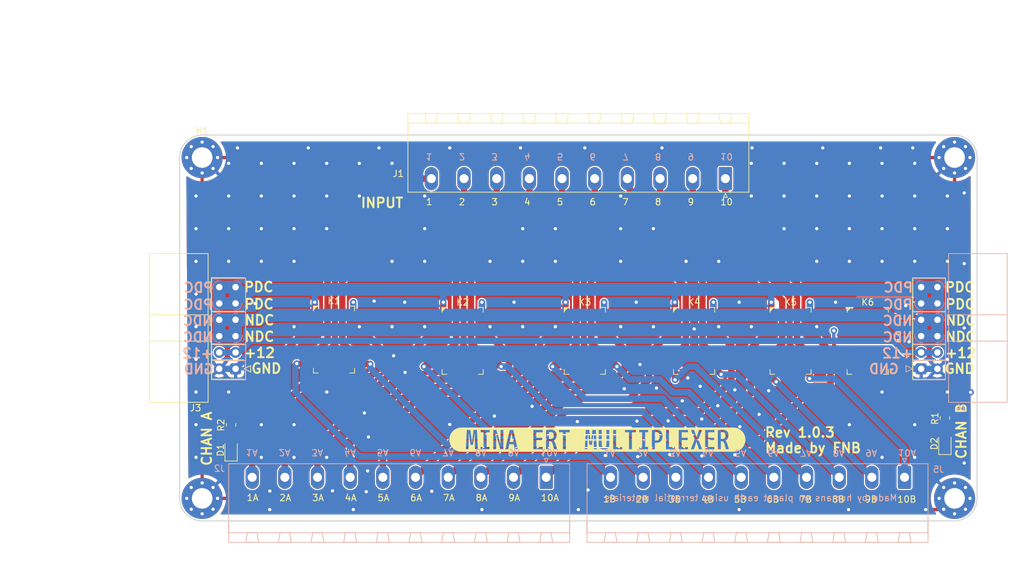
<source format=kicad_pcb>
(kicad_pcb (version 20241229) (generator "pcbnew") (generator_version "9.0")
  (title_block (title "Mina ERT multiplexer") (date "2025-12-09") (rev "1.0.3") (company "Made By FNB"))
  (layers (0 "F.Cu" signal) (2 "B.Cu" signal) (13 "F.Paste" user) (15 "B.Paste" user) (5 "F.SilkS" user "F.Silkscreen") (7 "B.SilkS" user "B.Silkscreen") (1 "F.Mask" user) (3 "B.Mask" user) (25 "Edge.Cuts" user))
  (net 0 "")
  (net 1 "-VDC")
  (net 2 "+VDC")
  (net 3 "/4A")
  (net 4 "/3A")
  (net 5 "/9A")
  (net 6 "/1A")
  (net 7 "/5A")
  (net 8 "/2A")
  (net 9 "/10A")
  (net 10 "/6A")
  (net 11 "/8A")
  (net 12 "/7A")
  (net 13 "/8B")
  (net 14 "/1B")
  (net 15 "/10B")
  (net 16 "/5B")
  (net 17 "/9B")
  (net 18 "/6B")
  (net 19 "/7B")
  (net 20 "/4B")
  (net 21 "/2B")
  (net 22 "/3B")
  (net 23 "/3")
  (net 24 "/7")
  (net 25 "/8")
  (net 26 "/5")
  (net 27 "/4")
  (net 28 "/10")
  (net 29 "/2")
  (net 30 "/1")
  (net 31 "/9")
  (net 32 "/6")
  (net 33 "GND")
  (net 34 "+12V")
  (net 35 "Net-(D1-A)")
  (net 36 "Net-(D2-A)")
  (net 37 "/CHNB")
  (net 38 "/CHNA")
  (footprint "muxlib_footprints:Relay_2P2T_10x6mm_TE_IMxxG_Longlegs" (layer "F.Cu") (at 150 117)
    (property "Reference" "K5")
    (property "Value" "AGQ210A12Z")
  )
  (footprint "muxlib_footprints:Relay_2P2T_10x6mm_TE_IMxxG_Longlegs" (layer "F.Cu") (at 118 117)
    (property "Reference" "K3")
    (property "Value" "AGQ210A12Z")
  )
  (footprint "muxlib_footprints:Relay_2P2T_10x6mm_TE_IMxxG_Longlegs" (layer "F.Cu") (at 162 117)
    (property "Reference" "K6")
    (property "Value" "AGQ210A12Z")
  )
  (footprint "Resistor_SMD:R_0805_2012Metric" (layer "F.Cu") (at 63 130.0625 -90)
    (property "Reference" "R2")
    (property "Value" "1K1")
  )
  (footprint "Connector_IDC:IDC-Header_2x06_P2.54mm_Horizontal" (layer "F.Cu") (at 63.6975 121.35 180)
    (property "Reference" "J3")
    (property "Value" "MC-254-12-00-RA-DIP")
  )
  (footprint "MountingHole:MountingHole_3.2mm_M3_Pad_Via" (layer "F.Cu") (at 58.5 88.5)
    (property "Reference" "H1")
    (property "Value" "MountingHole_Pad")
  )
  (footprint "LED_SMD:LED_0805_2012Metric" (layer "F.Cu") (at 63 134 90)
    (property "Reference" "D1")
    (property "Value" "LTST-C170KRKT")
  )
  (footprint "muxlib_footprints:Relay_2P2T_10x6mm_TE_IMxxG_Longlegs" (layer "F.Cu") (at 135 117)
    (property "Reference" "K4")
    (property "Value" "AGQ210A12Z")
  )
  (footprint "Connector_Phoenix_MSTB:PhoenixContact_MSTBA_2,5_10-G-5,08_1x10_P5.08mm_Horizontal" (layer "F.Cu") (at 139.86 91.7775 180)
    (property "Reference" "J1")
    (property "Value" "1759091")
  )
  (footprint "kibuzzard-693809E3" (layer "F.Cu") (at 119.960873 132.364121)
    (property "Reference" "kibuzzard-693809E3" (hide yes))
    (property "Value" "G***" (hide yes))
  )
  (footprint "MountingHole:MountingHole_3.2mm_M3_Pad_Via" (layer "F.Cu") (at 175.5 141.5)
    (property "Reference" "H3" (hide yes))
    (property "Value" "MountingHole_Pad")
  )
  (footprint "Resistor_SMD:R_0805_2012Metric" (layer "F.Cu") (at 174 129 -90)
    (property "Reference" "R1")
    (property "Value" "1K1")
  )
  (footprint "MountingHole:MountingHole_3.2mm_M3_Pad_Via" (layer "F.Cu") (at 175.5 88.5)
    (property "Reference" "H2" (hide yes))
    (property "Value" "MountingHole_Pad")
  )
  (footprint "muxlib_footprints:Relay_2P2T_10x6mm_TE_IMxxG_Longlegs" (layer "F.Cu") (at 99 117)
    (property "Reference" "K2")
    (property "Value" "AGQ210A12Z")
  )
  (footprint "MountingHole:MountingHole_3.2mm_M3_Pad_Via" (layer "F.Cu") (at 58.5 141.5)
    (property "Reference" "H4" (hide yes))
    (property "Value" "MountingHole_Pad")
  )
  (footprint "LED_SMD:LED_0805_2012Metric" (layer "F.Cu") (at 174 133 90)
    (property "Reference" "D2")
    (property "Value" "LTST-C170KRKT")
  )
  (footprint "muxlib_footprints:Relay_2P2T_10x6mm_TE_IMxxG_Longlegs" (layer "F.Cu") (at 79 116.8)
    (property "Reference" "K1")
    (property "Value" "AGQ210A12Z")
  )
  (footprint "Connector_IDC:IDC-Header_2x06_P2.54mm_Horizontal" (layer "B.Cu") (at 170.3025 121.35)
    (property "Reference" "J4")
    (property "Value" "MC-254-12-00-RA-DIP")
  )
  (footprint "Connector_Phoenix_MSTB:PhoenixContact_MSTBA_2,5_10-G-5,08_1x10_P5.08mm_Horizontal" (layer "B.Cu") (at 112 138.2225 180)
    (property "Reference" "J2")
    (property "Value" "1759091")
  )
  (footprint "Connector_Phoenix_MSTB:PhoenixContact_MSTBA_2,5_10-G-5,08_1x10_P5.08mm_Horizontal" (layer "B.Cu") (at 167.72 138.2225 180)
    (property "Reference" "J5")
    (property "Value" "1759091")
  )
  (gr_line (start 169 123) (end 174 123) (stroke (width 0.15)) (layer "F.SilkS"))
  (gr_line (start 169 120) (end 174 120) (stroke (width 0.15)) (layer "F.SilkS"))
  (gr_line (start 59.967201 119.974418) (end 59.967201 122.974418) (stroke (width 0.15)) (layer "F.SilkS"))
  (gr_line (start 59.960881 112.429226) (end 59.960881 107.199416) (stroke (width 0.15)) (layer "F.SilkS"))
  (gr_line (start 59.945633 117.505463) (end 64.967064 117.505463) (stroke (width 0.15)) (layer "F.SilkS"))
  (gr_line (start 59.960881 112.429226) (end 59.945633 117.505463) (stroke (width 0.15)) (layer "F.SilkS"))
  (gr_line (start 174.025276 112.454808) (end 168.99368 112.454808) (stroke (width 0.15)) (layer "F.SilkS"))
  (gr_line (start 168.99368 112.454808) (end 168.99368 107.224998) (stroke (width 0.15)) (layer "F.SilkS"))
  (gr_line (start 59.945633 117.505463) (end 59.967201 119.974418) (stroke (width 0.15)) (layer "F.SilkS"))
  (gr_line (start 168.99368 107.224998) (end 174.086265 107.224998) (stroke (width 0.15)) (layer "F.SilkS"))
  (gr_line (start 168.99368 112.454808) (end 168.978432 117.531045) (stroke (width 0.15)) (layer "F.SilkS"))
  (gr_line (start 59.967201 122.974418) (end 64.967201 122.974418) (stroke (width 0.15)) (layer "F.SilkS"))
  (gr_line (start 64.992477 112.429226) (end 59.960881 112.429226) (stroke (width 0.15)) (layer "F.SilkS"))
  (gr_line (start 168.978432 117.531045) (end 173.999863 117.531045) (stroke (width 0.15)) (layer "F.SilkS"))
  (gr_line (start 59.960881 107.199416) (end 65.053466 107.199416) (stroke (width 0.15)) (layer "F.SilkS"))
  (gr_line (start 169 120) (end 169 123) (stroke (width 0.15)) (layer "F.SilkS"))
  (gr_line (start 168.978432 117.531045) (end 169 120) (stroke (width 0.15)) (layer "F.SilkS"))
  (gr_line (start 59.967201 119.974418) (end 64.967201 119.974418) (stroke (width 0.15)) (layer "F.SilkS"))
  (gr_line (start 174.102886 117.581594) (end 169.081455 117.581594) (stroke (width 0.15)) (layer "B.SilkS"))
  (gr_line (start 65.258805 120.063492) (end 60.258805 120.063492) (stroke (width 0.15)) (layer "B.SilkS"))
  (gr_line (start 65.280373 117.594537) (end 65.258805 120.063492) (stroke (width 0.15)) (layer "B.SilkS"))
  (gr_line (start 65.258805 120.063492) (end 65.258805 123.063492) (stroke (width 0.15)) (layer "B.SilkS"))
  (gr_line (start 174.081318 120.050549) (end 174.081318 123.050549) (stroke (width 0.15)) (layer "B.SilkS"))
  (gr_line (start 65.280373 117.594537) (end 60.258942 117.594537) (stroke (width 0.15)) (layer "B.SilkS"))
  (gr_line (start 65.258805 123.063492) (end 60.258805 123.063492) (stroke (width 0.15)) (layer "B.SilkS"))
  (gr_line (start 174.102886 117.581594) (end 174.081318 120.050549) (stroke (width 0.15)) (layer "B.SilkS"))
  (gr_line (start 60.233529 112.5183) (end 65.265125 112.5183) (stroke (width 0.15)) (layer "B.SilkS"))
  (gr_line (start 65.265125 112.5183) (end 65.280373 117.594537) (stroke (width 0.15)) (layer "B.SilkS"))
  (gr_line (start 174.081318 123.050549) (end 169.081318 123.050549) (stroke (width 0.15)) (layer "B.SilkS"))
  (gr_line (start 169.056042 112.505357) (end 174.087638 112.505357) (stroke (width 0.15)) (layer "B.SilkS"))
  (gr_line (start 174.087638 112.505357) (end 174.102886 117.581594) (stroke (width 0.15)) (layer "B.SilkS"))
  (gr_line (start 174.087638 112.505357) (end 174.087638 107.275547) (stroke (width 0.15)) (layer "B.SilkS"))
  (gr_line (start 65.265125 107.28849) (end 60.17254 107.28849) (stroke (width 0.15)) (layer "B.SilkS"))
  (gr_line (start 174.087638 107.275547) (end 168.995053 107.275547) (stroke (width 0.15)) (layer "B.SilkS"))
  (gr_line (start 174.081318 120.050549) (end 169.081318 120.050549) (stroke (width 0.15)) (layer "B.SilkS"))
  (gr_line (start 65.265125 112.5183) (end 65.265125 107.28849) (stroke (width 0.15)) (layer "B.SilkS"))
  (gr_line (start 55 141.5) (end 55 88.5) (stroke (width 0.15)) (layer "Edge.Cuts"))
  (gr_line (start 175.5 145) (end 58.5 145) (stroke (width 0.15)) (layer "Edge.Cuts"))
  (gr_arc (start 55 88.5) (mid 56.025126 86.025126) (end 58.5 85) (stroke (width 0.15)) (layer "Edge.Cuts"))
  (gr_line (start 179 88.5) (end 179 141.5) (stroke (width 0.15)) (layer "Edge.Cuts"))
  (gr_arc (start 175.5 85) (mid 177.974874 86.025126) (end 179 88.5) (stroke (width 0.15)) (layer "Edge.Cuts"))
  (gr_arc (start 179 141.5) (mid 177.974874 143.974874) (end 175.5 145) (stroke (width 0.15)) (layer "Edge.Cuts"))
  (gr_line (start 58.5 85) (end 175.5 85) (stroke (width 0.15)) (layer "Edge.Cuts"))
  (gr_arc (start 58.5 145) (mid 56.025126 143.974874) (end 55 141.5) (stroke (width 0.15)) (layer "Edge.Cuts"))
  (gr_text "NDC" (at 64.903704 117.238636 0) (layer "F.SilkS") (effects (font (size 1.5 1.5) (thickness 0.3) (bold yes)) (justify left bottom)))
  (gr_text "Rev ${REVISION}\nMade by FNB" (at 145.856811 134.542724 0) (layer "F.SilkS") (effects (font (size 1.5 1.5) (thickness 0.3) (bold yes)) (justify left bottom)))
  (gr_text "1A" (at 65.343266 141.969505 0) (layer "F.SilkS") (effects (font (size 1 1)) (justify left bottom)))
  (gr_text "9A" (at 106.025795 142 0) (layer "F.SilkS") (effects (font (size 1 1)) (justify left bottom)))
  (gr_text "3" (at 103.402787 96 0) (layer "F.SilkS") (effects (font (size 1 1)) (justify left bottom)))
  (gr_text "NDC" (at 173.954258 114.701373 0) (layer "F.SilkS") (effects (font (size 1.5 1.5) (thickness 0.3) (bold yes)) (justify left bottom)))
  (gr_text "INPUT" (at 83.024747 96.422728 0) (layer "F.SilkS") (effects (font (size 1.5 1.5) (thickness 0.3) (bold yes)) (justify left bottom)))
  (gr_text "6B" (at 146.180251 142.228107 0) (layer "F.SilkS") (effects (font (size 1 1)) (justify left bottom)))
  (gr_text "+12" (at 64.869398 119.742998 0) (layer "F.SilkS") (effects (font (size 1.5 1.5) (thickness 0.3) (bold yes)) (justify left bottom)))
  (gr_text "10" (at 139 96 0) (layer "F.SilkS") (effects (font (size 1 1)) (justify left bottom)))
  (gr_text "4A" (at 80.599214 142 0) (layer "F.SilkS") (effects (font (size 1 1)) (justify left bottom)))
  (gr_text "10A" (at 111.111111 142 0) (layer "F.SilkS") (effects (font (size 1 1)) (justify left bottom)))
  (gr_text "NDC" (at 173.936503 117.264218 0) (layer "F.SilkS") (effects (font (size 1.5 1.5) (thickness 0.3) (bold yes)) (justify left bottom)))
  (gr_text "10B" (at 166.521515 142.228107 0) (layer "F.SilkS") (effects (font (size 1 1)) (justify left bottom)))
  (gr_text "PDC" (at 173.925068 112.195605 0) (layer "F.SilkS") (effects (font (size 1.5 1.5) (thickness 0.3) (bold yes)) (justify left bottom)))
  (gr_text "7B" (at 151.265567 142.228107 0) (layer "F.SilkS") (effects (font (size 1 1)) (justify left bottom)))
  (gr_text "4B" (at 136.009618 142.228107 0) (layer "F.SilkS") (effects (font (size 1 1)) (justify left bottom)))
  (gr_text "1B" (at 120.75367 142.197612 0) (layer "F.SilkS") (effects (font (size 1 1)) (justify left bottom)))
  (gr_text "GND\n" (at 173.810713 122.210852 0) (layer "F.SilkS") (effects (font (size 1.5 1.5) (thickness 0.3) (bold yes)) (justify left bottom)))
  (gr_text "6" (at 118.658736 96 0) (layer "F.SilkS") (effects (font (size 1 1)) (justify left bottom)))
  (gr_text "NDC" (at 64.921459 114.675791 0) (layer "F.SilkS") (effects (font (size 1.5 1.5) (thickness 0.3) (bold yes)) (justify left bottom)))
  (gr_text "6A\n" (at 90.769847 142 0) (layer "F.SilkS") (effects (font (size 1 1)) (justify left bottom)))
  (gr_text "PDC" (at 64.892269 112.170023 0) (layer "F.SilkS") (effects (font (size 1.5 1.5) (thickness 0.3) (bold yes)) (justify left bottom)))
  (gr_text "5" (at 113.573419 96 0) (layer "F.SilkS") (effects (font (size 1 1)) (justify left bottom)))
  (gr_text "9" (at 133.914684 96 0) (layer "F.SilkS") (effects (font (size 1 1)) (justify left bottom)))
  (gr_text "8B" (at 156.350883 142.228107 0) (layer "F.SilkS") (effects (font (size 1 1)) (justify left bottom)))
  (gr_text "2A" (at 70.428582 142 0) (layer "F.SilkS") (effects (font (size 1 1)) (justify left bottom)))
  (gr_text "5B" (at 141.094934 142.228107 0) (layer "F.SilkS") (effects (font (size 1 1)) (justify left bottom)))
  (gr_text "8" (at 128.829368 96 0) (layer "F.SilkS") (effects (font (size 1 1)) (justify left bottom)))
  (gr_text "CHAN A" (at 60.094194 136.597048 90) (layer "F.SilkS") (effects (font (size 1.5 1.5) (thickness 0.3) (bold yes)) (justify left bottom)))
  (gr_text "7" (at 123.744052 96 0) (layer "F.SilkS") (effects (font (size 1 1)) (justify left bottom)))
  (gr_text "PDC" (at 64.846527 109.517 0) (layer "F.SilkS") (effects (font (size 1.5 1.5) (thickness 0.3) (bold yes)) (justify left bottom)))
  (gr_text "9B" (at 161.436199 142.228107 0) (layer "F.SilkS") (effects (font (size 1 1)) (justify left bottom)))
  (gr_text "2B" (at 125.838986 142.228107 0) (layer "F.SilkS") (effects (font (size 1 1)) (justify left bottom)))
  (gr_text "8A" (at 100.940479 142 0) (layer "F.SilkS") (effects (font (size 1 1)) (justify left bottom)))
  (gr_text "CHAN B" (at 177.430633 135.533552 90) (layer "F.SilkS") (effects (font (size 1.5 1.5) (thickness 0.3) (bold yes)) (justify left bottom)))
  (gr_text "2" (at 98.317471 96 0) (layer "F.SilkS") (effects (font (size 1 1)) (justify left bottom)))
  (gr_text "+12" (at 173.902197 119.76858 0) (layer "F.SilkS") (effects (font (size 1.5 1.5) (thickness 0.3) (bold yes)) (justify left bottom)))
  (gr_text "PDC" (at 173.850956 109.546647 0) (layer "F.SilkS") (effects (font (size 1.5 1.5) (thickness 0.3) (bold yes)) (justify left bottom)))
  (gr_text "4" (at 108.488103 96 0) (layer "F.SilkS") (effects (font (size 1 1)) (justify left bottom)))
  (gr_text "GND\n" (at 66 122.18527 0) (layer "F.SilkS") (effects (font (size 1.5 1.5) (thickness 0.3) (bold yes)) (justify left bottom)))
  (gr_text "3B" (at 130.924302 142.228107 0) (layer "F.SilkS") (effects (font (size 1 1)) (justify left bottom)))
  (gr_text "5A" (at 85.68453 142 0) (layer "F.SilkS") (effects (font (size 1 1)) (justify left bottom)))
  (gr_text "7A\n" (at 95.855163 142 0) (layer "F.SilkS") (effects (font (size 1 1)) (justify left bottom)))
  (gr_text "3A" (at 75.513898 142 0) (layer "F.SilkS") (effects (font (size 1 1)) (justify left bottom)))
  (gr_text "1" (at 93.232155 95.969505 0) (layer "F.SilkS") (effects (font (size 1 1)) (justify left bottom)))
  (gr_text "1A" (at 120.87043 133.856386 180) (layer "B.SilkS") (effects (font (size 1 1)) (justify left bottom mirror)))
  (gr_text "+12" (at 60.356608 119.832072 0) (layer "B.SilkS") (effects (font (size 1.5 1.5) (thickness 0.3) (bold yes)) (justify left bottom mirror)))
  (gr_text "2A" (at 125.955746 133.825891 180) (layer "B.SilkS") (effects (font (size 1 1)) (justify left bottom mirror)))
  (gr_text "8" (at 128.829368 87.766004 180) (layer "B.SilkS") (effects (font (size 1 1)) (justify left bottom mirror)))
  (gr_text "NDC" (at 60.304547 114.764865 0) (layer "B.SilkS") (effects (font (size 1.5 1.5) (thickness 0.3) (bold yes)) (justify left bottom mirror)))
  (gr_text "3A" (at 131.041062 133.825891 180) (layer "B.SilkS") (effects (font (size 1 1)) (justify left bottom mirror)))
  (gr_text "+12" (at 169.179121 119.819129 0) (layer "B.SilkS") (effects (font (size 1.5 1.5) (thickness 0.3) (bold yes)) (justify left bottom mirror)))
  (gr_text "Made by humans on planet earth using terrestial materials" (at 166.665958 142 0) (layer "B.SilkS") (effects (font (size 1 1)) (justify left bottom mirror)))
  (gr_text "NDC" (at 169.12706 114.751922 0) (layer "B.SilkS") (effects (font (size 1.5 1.5) (thickness 0.3) (bold yes)) (justify left bottom mirror)))
  (gr_text "6A\n" (at 146.297011 133.825891 180) (layer "B.SilkS") (effects (font (size 1 1)) (justify left bottom mirror)))
  (gr_text "8A" (at 100.829368 133.766004 180) (layer "B.SilkS") (effects (font (size 1 1)) (justify left bottom mirror)))
  (gr_text "9A" (at 161.552959 133.825891 180) (layer "B.SilkS") (effects (font (size 1 1)) (justify left bottom mirror)))
  (gr_text "GND\n" (at 60.448092 122.274344 0) (layer "B.SilkS") (effects (font (size 1.5 1.5) (thickness 0.3) (bold yes)) (justify left bottom mirror)))
  (gr_text "GND\n" (at 167 122.261401 0) (layer "B.SilkS") (effects (font (size 1.5 1.5) (thickness 0.3) (bold yes)) (justify left bottom mirror)))
  (gr_text "1" (at 93.232155 87.796499 180) (layer "B.SilkS") (effects (font (size 1 1)) (justify left bottom mirror)))
  (gr_text "5A" (at 85.573419 133.766004 180) (layer "B.SilkS") (effects (font (size 1 1)) (justify left bottom mirror)))
  (gr_text "8A" (at 156.467643 133.825891 180) (layer "B.SilkS") (effects (font (size 1 1)) (justify left bottom mirror)))
  (gr_text "NDC" (at 60.322302 117.32771 0) (layer "B.SilkS") (effects (font (size 1.5 1.5) (thickness 0.3) (bold yes)) (justify left bottom mirror)))
  (gr_text "4" (at 108.488103 87.766004 180) (layer "B.SilkS") (effects (font (size 1 1)) (justify left bottom mirror)))
  (gr_text "10A" (at 111 133.766004 180) (layer "B.SilkS") (effects (font (size 1 1)) (justify left bottom mirror)))
  (gr_text "4A" (at 136.126378 133.825891 180) (layer "B.SilkS") (effects (font (size 1 1)) (justify left bottom mirror)))
  (gr_text "7A\n" (at 95.744052 133.766004 180) (layer "B.SilkS") (effects (font (size 1 1)) (justify left bottom mirror)))
  (gr_text "3A" (at 75.402787 133.766004 180) (layer "B.SilkS") (effects (font (size 1 1)) (justify left bottom mirror)))
  (gr_text "NDC" (at 169.144815 117.314767 0) (layer "B.SilkS") (effects (font (size 1.5 1.5) (thickness 0.3) (bold yes)) (justify left bottom mirror)))
  (gr_text "5" (at 113.573419 87.766004 180) (layer "B.SilkS") (effects (font (size 1 1)) (justify left bottom mirror)))
  (gr_text "10A" (at 166.638275 133.825891 180) (layer "B.SilkS") (effects (font (size 1 1)) (justify left bottom mirror)))
  (gr_text "6" (at 118.658736 87.766004 180) (layer "B.SilkS") (effects (font (size 1 1)) (justify left bottom mirror)))
  (gr_text "PDC" (at 60.333737 112.259097 0) (layer "B.SilkS") (effects (font (size 1.5 1.5) (thickness 0.3) (bold yes)) (justify left bottom mirror)))
  (gr_text "7" (at 123.744052 87.766004 180) (layer "B.SilkS") (effects (font (size 1 1)) (justify left bottom mirror)))
  (gr_text "PDC" (at 169.201992 109.593131 0) (layer "B.SilkS") (effects (font (size 1.5 1.5) (thickness 0.3) (bold yes)) (justify left bottom mirror)))
  (gr_text "1A" (at 65.232155 133.796499 180) (layer "B.SilkS") (effects (font (size 1 1)) (justify left bottom mirror)))
  (gr_text "4A" (at 80.488103 133.766004 180) (layer "B.SilkS") (effects (font (size 1 1)) (justify left bottom mirror)))
  (gr_text "6A\n" (at 90.658736 133.766004 180) (layer "B.SilkS") (effects (font (size 1 1)) (justify left bottom mirror)))
  (gr_text "9" (at 133.914684 87.766004 180) (layer "B.SilkS") (effects (font (size 1 1)) (justify left bottom mirror)))
  (gr_text "3" (at 103.402787 87.766004 180) (layer "B.SilkS") (effects (font (size 1 1)) (justify left bottom mirror)))
  (gr_text "PDC" (at 60.379479 109.606074 0) (layer "B.SilkS") (effects (font (size 1.5 1.5) (thickness 0.3) (bold yes)) (justify left bottom mirror)))
  (gr_text "PDC" (at 169.15625 112.246154 0) (layer "B.SilkS") (effects (font (size 1.5 1.5) (thickness 0.3) (bold yes)) (justify left bottom mirror)))
  (gr_text "2A" (at 70.317471 133.766004 180) (layer "B.SilkS") (effects (font (size 1 1)) (justify left bottom mirror)))
  (gr_text "9A" (at 105.914684 133.766004 180) (layer "B.SilkS") (effects (font (size 1 1)) (justify left bottom mirror)))
  (gr_text "5A" (at 141.211694 133.825891 180) (layer "B.SilkS") (effects (font (size 1 1)) (justify left bottom mirror)))
  (gr_text "2" (at 98.317471 87.766004 180) (layer "B.SilkS") (effects (font (size 1 1)) (justify left bottom mirror)))
  (gr_text "10" (at 139 87.766004 180) (layer "B.SilkS") (effects (font (size 1 1)) (justify left bottom mirror)))
  (gr_text "7A\n" (at 151.382327 133.825891 180) (layer "B.SilkS") (effects (font (size 1 1)) (justify left bottom mirror)))
  (segment (start 82 111) (end 82 113) (width 1) (layer "F.Cu") (net 1))
  (segment (start 170.0325 114) (end 170.3025 113.73) (width 1) (layer "F.Cu") (net 1))
  (segment (start 153 111) (end 153 113.2) (width 1) (layer "F.Cu") (net 1))
  (segment (start 165 113.2) (end 169.7725 113.2) (width 0.5) (layer "F.Cu") (net 1))
  (segment (start 169.7725 113.2) (end 170.3025 113.73) (width 0.5) (layer "F.Cu") (net 1))
  (segment (start 102 113.2) (end 102 111) (width 1) (layer "F.Cu") (net 1))
  (segment (start 138 113.2) (end 138 111) (width 1) (layer "F.Cu") (net 1))
  (segment (start 121 113.2) (end 121 111) (width 1) (layer "F.Cu") (net 1))
  (via (at 102 111) (size 1) (drill 0.5) (layers "F.Cu" "B.Cu") (net 1))
  (via (at 82 111) (size 1) (drill 0.5) (layers "F.Cu" "B.Cu") (net 1))
  (via (at 153 111) (size 1) (drill 0.5) (layers "F.Cu" "B.Cu") (net 1))
  (via (at 121 111) (size 1) (drill 0.5) (layers "F.Cu" "B.Cu") (net 1))
  (via (at 138 111) (size 1) (drill 0.5) (layers "F.Cu" "B.Cu") (net 1))
  (segment (start 170.3025 115) (end 170.3025 116.27) (width 2) (layer "B.Cu") (net 1))
  (segment (start 167 115) (end 170.3025 115) (width 2) (layer "B.Cu") (net 1))
  (segment (start 165 113) (end 167 115) (width 2) (layer "B.Cu") (net 1))
  (segment (start 172.8425 113.73) (end 170.3025 113.73) (width 2) (layer "B.Cu") (net 1))
  (segment (start 61.1575 116.27) (end 61.1575 113.73) (width 2) (layer "B.Cu") (net 1))
  (segment (start 170.3025 116.27) (end 172.8425 116.27) (width 2) (layer "B.Cu") (net 1))
  (segment (start 63.6975 113.73) (end 67.27 113.73) (width 2) (layer "B.Cu") (net 1))
  (segment (start 61.1575 113.73) (end 63.6975 113.73) (width 2) (layer "B.Cu") (net 1))
  (segment (start 63.6975 113.73) (end 63.6975 115.13) (width 2) (layer "B.Cu") (net 1))
  (segment (start 82 111) (end 82 113) (width 1) (layer "B.Cu") (net 1))
  (segment (start 63.6975 115.13) (end 63.6975 116.27) (width 2) (layer "B.Cu") (net 1))
  (segment (start 63.6975 116.27) (end 61.1575 116.27) (width 2) (layer "B.Cu") (net 1))
  (segment (start 121 111) (end 121 113) (width 1) (layer "B.Cu") (net 1))
  (segment (start 82 113) (end 165 113) (width 2) (layer "B.Cu") (net 1))
  (segment (start 153 113.2) (end 153 111) (width 1) (layer "B.Cu") (net 1))
  (segment (start 170.3025 113.73) (end 170.3025 115) (width 2) (layer "B.Cu") (net 1))
  (segment (start 68 113) (end 82 113) (width 2) (layer "B.Cu") (net 1))
  (segment (start 138 111) (end 138 113) (width 1) (layer "B.Cu") (net 1))
  (segment (start 172.8425 116.27) (end 172.8425 113.73) (width 2) (layer "B.Cu") (net 1))
  (segment (start 102 111) (end 102 113) (width 1) (layer "B.Cu") (net 1))
  (segment (start 67.27 113.73) (end 68 113) (width 2) (layer "B.Cu") (net 1))
  (segment (start 159 113.2) (end 159 112) (width 0.5) (layer "F.Cu") (net 2))
  (segment (start 76 111) (end 76 113) (width 1) (layer "F.Cu") (net 2))
  (segment (start 132 113.2) (end 132 111) (width 1) (layer "F.Cu") (net 2))
  (segment (start 147 111) (end 147 113.2) (width 1) (layer "F.Cu") (net 2))
  (segment (start 169.699872 110.587372) (end 170.3025 111.19) (width 0.5) (layer "F.Cu") (net 2))
  (segment (start 115 113.2) (end 115 111) (width 1) (layer "F.Cu") (net 2))
  (segment (start 96 113.2) (end 96 111) (width 1) (layer "F.Cu") (net 2))
  (segment (start 159 112) (end 160.412628 110.587372) (width 0.5) (layer "F.Cu") (net 2))
  (segment (start 160.412628 110.587372) (end 169.699872 110.587372) (width 0.5) (layer "F.Cu") (net 2))
  (via (at 147 111) (size 1) (drill 0.5) (layers "F.Cu" "B.Cu") (net 2))
  (via (at 132 111) (size 1) (drill 0.5) (layers "F.Cu" "B.Cu") (net 2))
  (via (at 115 111) (size 1) (drill 0.5) (layers "F.Cu" "B.Cu") (net 2))
  (via (at 76 111) (size 1) (drill 0.5) (layers "F.Cu" "B.Cu") (net 2))
  (via (at 96 111) (size 1) (drill 0.5) (layers "F.Cu" "B.Cu") (net 2))
  (segment (start 172.8425 111.19) (end 170.3025 111.19) (width 2) (layer "B.Cu") (net 2))
  (segment (start 61.1575 111.19) (end 63.6975 111.19) (width 2) (layer "B.Cu") (net 2))
  (segment (start 132 111) (end 132 109) (width 1) (layer "B.Cu") (net 2))
  (segment (start 63.6975 111.19) (end 63.6975 110.13) (width 2) (layer "B.Cu") (net 2))
  (segment (start 63.6975 110.13) (end 64.87 110.13) (width 2) (layer "B.Cu") (net 2))
  (segment (start 66 109) (end 76 109) (width 2) (layer "B.Cu") (net 2))
  (segment (start 115 111) (end 115 109) (width 1) (layer "B.Cu") (net 2))
  (segment (start 76 109) (end 147 109) (width 2) (layer "B.Cu") (net 2))
  (segment (start 96 111) (end 96 109) (width 1) (layer "B.Cu") (net 2))
  (segment (start 170.3025 110) (end 169.3025 109) (width 2) (layer "B.Cu") (net 2))
  (segment (start 61.1575 111.19) (end 61.1575 108.65) (width 2) (layer "B.Cu") (net 2))
  (segment (start 64.87 110.13) (end 66 109) (width 2) (layer "B.Cu") (net 2))
  (segment (start 63.6975 108.65) (end 64.0475 109) (width 2) (layer "B.Cu") (net 2))
  (segment (start 63.6975 108.65) (end 61.1575 108.65) (width 2) (layer "B.Cu") (net 2))
  (segment (start 170.3025 110) (end 170.3025 111.19) (width 2) (layer "B.Cu") (net 2))
  (segment (start 165 109) (end 147 109) (width 2) (layer "B.Cu") (net 2))
  (segment (start 76 111) (end 76 109) (width 1) (layer "B.Cu") (net 2))
  (segment (start 172.8425 108.65) (end 170.3025 108.65) (width 2) (layer "B.Cu") (net 2))
  (segment (start 170.3025 108.65) (end 170.3025 110) (width 2) (layer "B.Cu") (net 2))
  (segment (start 63.6975 110.13) (end 63.6975 108.65) (width 2) (layer "B.Cu") (net 2))
  (segment (start 147 111) (end 147 109) (width 1) (layer "B.Cu") (net 2))
  (segment (start 172.8425 111.19) (end 172.8425 108.65) (width 2) (layer "B.Cu") (net 2))
  (segment (start 169.3025 109) (end 165 109) (width 2) (layer "B.Cu") (net 2))
  (segment (start 170.3025 108.65) (end 169.9525 109) (width 2) (layer "B.Cu") (net 2))
  (segment (start 106.200999 122.200999) (end 106.200999 119.200999) (width 1) (layer "F.Cu") (net 3))
  (segment (start 106.200999 119.200999) (end 103.4 116.4) (width 1) (layer "F.Cu") (net 3))
  (segment (start 105.401998 123) (end 106.200999 122.200999) (width 1) (layer "F.Cu") (net 3))
  (segment (start 81.52 138.2225) (end 81.52 132.48) (width 1) (layer "F.Cu") (net 3))
  (segment (start 103.4 116.4) (end 102 116.4) (width 1) (layer "F.Cu") (net 3))
  (segment (start 81.52 132.48) (end 91 123) (width 1) (layer "F.Cu") (net 3))
  (segment (start 91 123) (end 105.401998 123) (width 1) (layer "F.Cu") (net 3))
  (segment (start 76.44 133.435) (end 76.44 138.2225) (width 1) (layer "F.Cu") (net 4))
  (segment (start 93.475 116.4) (end 76.44 133.435) (width 1) (layer "F.Cu") (net 4))
  (segment (start 96 116.4) (end 93.475 116.4) (width 1) (layer "F.Cu") (net 4))
  (segment (start 143.799001 125.200999) (end 143.799001 118.200999) (width 1) (layer "F.Cu") (net 5))
  (segment (start 143.799001 118.200999) (end 145.6 116.4) (width 1) (layer "F.Cu") (net 5))
  (segment (start 106.92 138.2225) (end 114.1425 131) (width 1) (layer "F.Cu") (net 5))
  (segment (start 145.6 116.4) (end 147 116.4) (width 1) (layer "F.Cu") (net 5))
  (segment (start 114.1425 131) (end 138 131) (width 1) (layer "F.Cu") (net 5))
  (segment (start 138 131) (end 143.799001 125.200999) (width 1) (layer "F.Cu") (net 5))
  (segment (start 76 116.2) (end 73.8 116.2) (width 1) (layer "F.Cu") (net 6))
  (segment (start 66.28 123.72) (end 66.28 138.2225) (width 1) (layer "F.Cu") (net 6))
  (segment (start 73.8 116.2) (end 66.28 123.72) (width 1) (layer "F.Cu") (net 6))
  (segment (start 86.6 131.4) (end 93 125) (width 1) (layer "F.Cu") (net 7))
  (segment (start 111 117.4) (end 112 116.4) (width 1) (layer "F.Cu") (net 7))
  (segment (start 111 120.494258) (end 111 117.4) (width 1) (layer "F.Cu") (net 7))
  (segment (start 93 125) (end 106.494258 125) (width 1) (layer "F.Cu") (net 7))
  (segment (start 86.6 138.2225) (end 86.6 131.4) (width 1) (layer "F.Cu") (net 7))
  (segment (start 112 116.4) (end 115 116.4) (width 1) (layer "F.Cu") (net 7))
  (segment (start 106.494258 125) (end 111 120.494258) (width 1) (layer "F.Cu") (net 7))
  (segment (start 84.2 116.2) (end 87 119) (width 1) (layer "F.Cu") (net 8))
  (segment (start 87 120.201) (end 84.201 123) (width 1) (layer "F.Cu") (net 8))
  (segment (start 71.36 126.64) (end 71.36 138.2225) (width 1) (layer "F.Cu") (net 8))
  (segment (start 84.201 123) (end 75 123) (width 1) (layer "F.Cu") (net 8))
  (segment (start 87 119) (end 87 120.201) (width 1) (layer "F.Cu") (net 8))
  (segment (start 75 123) (end 71.36 126.64) (width 1) (layer "F.Cu") (net 8))
  (segment (start 82 116.2) (end 84.2 116.2) (width 1) (layer "F.Cu") (net 8))
  (segment (start 153.69847 124) (end 156 124) (width 1) (layer "F.Cu") (net 9))
  (segment (start 156 124) (end 156.200999 123.799001) (width 1) (layer "F.Cu") (net 9))
  (segment (start 144.69847 133) (end 153.69847 124) (width 1) (layer "F.Cu") (net 9))
  (segment (start 153.965256 116.4) (end 153 116.4) (width 1) (layer "F.Cu") (net 9))
  (segment (start 117.2225 133) (end 144.69847 133) (width 1) (layer "F.Cu") (net 9))
  (segment (start 156.200999 118.635743) (end 153.965256 116.4) (width 1) (layer "F.Cu") (net 9))
  (segment (start 112 138.2225) (end 117.2225 133) (width 1) (layer "F.Cu") (net 9))
  (segment (start 156.200999 123.799001) (end 156.200999 118.635743) (width 1) (layer "F.Cu") (net 9))
  (segment (start 121.698471 124) (end 124.201 121.497471) (width 1) (layer "F.Cu") (net 10))
  (segment (start 108 127) (end 111 124) (width 1) (layer "F.Cu") (net 10))
  (segment (start 124.201 118.389) (end 122.212 116.4) (width 1) (layer "F.Cu") (net 10))
  (segment (start 102.9025 127) (end 108 127) (width 1) (layer "F.Cu") (net 10))
  (segment (start 124.201 121.497471) (end 124.201 118.389) (width 1) (layer "F.Cu") (net 10))
  (segment (start 111 124) (end 121.698471 124) (width 1) (layer "F.Cu") (net 10))
  (segment (start 91.68 138.2225) (end 102.9025 127) (width 1) (layer "F.Cu") (net 10))
  (segment (start 122.212 116.4) (end 121 116.4) (width 1) (layer "F.Cu") (net 10))
  (segment (start 139.4 116.4) (end 138 116.4) (width 1) (layer "F.Cu") (net 11))
  (segment (start 135.690917 127.948863) (end 136.051137 127.948863) (width 1) (layer "F.Cu") (net 11))
  (segment (start 140.792631 123.207369) (end 140.792631 117.792631) (width 1) (layer "F.Cu") (net 11))
  (segment (start 107.4645 132.598) (end 110.402 132.598) (width 1) (layer "F.Cu") (net 11))
  (segment (start 140.792631 117.792631) (end 139.4 116.4) (width 1) (layer "F.Cu") (net 11))
  (segment (start 110.402 132.598) (end 115 128) (width 1) (layer "F.Cu") (net 11))
  (segment (start 136.051137 127.948863) (end 140.792631 123.207369) (width 1) (layer "F.Cu") (net 11))
  (segment (start 135.63978 128) (end 135.690917 127.948863) (width 1) (layer "F.Cu") (net 11))
  (segment (start 101.84 138.2225) (end 107.4645 132.598) (width 1) (layer "F.Cu") (net 11))
  (segment (start 115 128) (end 135.63978 128) (width 1) (layer "F.Cu") (net 11))
  (segment (start 128 119) (end 130.6 116.4) (width 1) (layer "F.Cu") (net 12))
  (segment (start 104.9825 130) (end 109 130) (width 1) (layer "F.Cu") (net 12))
  (segment (start 125 126) (end 128 123) (width 1) (layer "F.Cu") (net 12))
  (segment (start 113 126) (end 125 126) (width 1) (layer "F.Cu") (net 12))
  (segment (start 96.76 138.2225) (end 104.9825 130) (width 1) (layer "F.Cu") (net 12))
  (segment (start 109 130) (end 113 126) (width 1) (layer "F.Cu") (net 12))
  (segment (start 130.6 116.4) (end 132 116.4) (width 1) (layer "F.Cu") (net 12))
  (segment (start 128 123) (end 128 119) (width 1) (layer "F.Cu") (net 12))
  (segment (start 138 120.99779) (end 138 120.8) (width 1) (layer "F.Cu") (net 13))
  (segment (start 139.210683 122.208473) (end 138 120.99779) (width 1) (layer "F.Cu") (net 13))
  (via (at 139.210683 122.208473) (size 1) (drill 0.5) (layers "F.Cu" "B.Cu") (net 13))
  (segment (start 139.23521 122.233) (end 141.5705 122.233) (width 1) (layer "B.Cu") (net 13))
  (segment (start 139.210683 122.208473) (end 139.23521 122.233) (width 1) (layer "B.Cu") (net 13))
  (segment (start 141.5705 122.233) (end 157.56 138.2225) (width 1) (layer "B.Cu") (net 13))
  (segment (start 73.268839 120.6) (end 76 120.6) (width 1) (layer "F.Cu") (net 14))
  (segment (start 73.20897 120.540131) (end 73.268839 120.6) (width 1) (layer "F.Cu") (net 14))
  (via (at 73.20897 120.540131) (size 1) (drill 0.5) (layers "F.Cu" "B.Cu") (net 14))
  (segment (start 73 125) (end 83 135) (width 1) (layer "B.Cu") (net 14))
  (segment (start 118.7775 135) (end 122 138.2225) (width 1) (layer "B.Cu") (net 14))
  (segment (start 73.20897 120.540131) (end 73 120.749101) (width 1) (layer "B.Cu") (net 14))
  (segment (start 83 135) (end 118.7775 135) (width 1) (layer "B.Cu") (net 14))
  (segment (start 73 120.749101) (end 73 125) (width 1) (layer "B.Cu") (net 14))
  (segment (start 152.953156 120.846844) (end 153 120.8) (width 1) (layer "F.Cu") (net 15))
  (segment (start 152.953156 122.870684) (end 152.953156 120.846844) (width 1) (layer "F.Cu") (net 15))
  (via (at 152.953156 122.870684) (size 1) (drill 0.5) (layers "F.Cu" "B.Cu") (net 15))
  (segment (start 152.953156 122.870684) (end 156.870684 122.870684) (width 1) (layer "B.Cu") (net 15))
  (segment (start 156.870684 122.870684) (end 167.72 133.72) (width 1) (layer "B.Cu") (net 15))
  (segment (start 167.72 133.72) (end 167.72 138.2225) (width 1) (layer "B.Cu") (net 15))
  (segment (start 113.2 120.8) (end 113 121) (width 1) (layer "F.Cu") (net 16))
  (segment (start 115 120.8) (end 113.2 120.8) (width 1) (layer "F.Cu") (net 16))
  (via (at 113 121) (size 1) (drill 0.5) (layers "F.Cu" "B.Cu") (net 16))
  (segment (start 130.0975 126) (end 142.32 138.2225) (width 1) (layer "B.Cu") (net 16))
  (segment (start 113 121) (end 118 126) (width 1) (layer "B.Cu") (net 16))
  (segment (start 118 126) (end 130.0975 126) (width 1) (layer "B.Cu") (net 16))
  (segment (start 147.768104 123.367894) (end 146.995829 122.595619) (width 1) (layer "F.Cu") (net 17))
  (segment (start 146.995829 122.595619) (end 146.995829 120.804171) (width 1) (layer "F.Cu") (net 17))
  (segment (start 146.995829 120.804171) (end 147 120.8) (width 1) (layer "F.Cu") (net 17))
  (via (at 147.768104 123.367894) (size 1) (drill 0.5) (layers "F.Cu" "B.Cu") (net 17))
  (segment (start 147.768104 123.367894) (end 147.785394 123.367894) (width 1) (layer "B.Cu") (net 17))
  (segment (start 147.785394 123.367894) (end 162.64 138.2225) (width 1) (layer "B.Cu") (net 17))
  (segment (start 122.8 120.8) (end 123 121) (width 1) (layer "F.Cu") (net 18))
  (segment (start 121 120.8) (end 122.8 120.8) (width 1) (layer "F.Cu") (net 18))
  (via (at 123 121) (size 1) (drill 0.5) (layers "F.Cu" "B.Cu") (net 18))
  (segment (start 131.665525 124.998895) (end 134.176395 124.998895) (width 1) (layer "B.Cu") (net 18))
  (segment (start 129.66663 123) (end 131.665525 124.998895) (width 1) (layer "B.Cu") (net 18))
  (segment (start 134.176395 124.998895) (end 147.4 138.2225) (width 1) (layer "B.Cu") (net 18))
  (segment (start 123 121) (end 125 123) (width 1) (layer "B.Cu") (net 18))
  (segment (start 125 123) (end 129.66663 123) (width 1) (layer "B.Cu") (net 18))
  (segment (start 132.033419 120.833419) (end 132 120.8) (width 1) (layer "F.Cu") (net 19))
  (segment (start 132.033419 123.061315) (end 132.033419 120.833419) (width 1) (layer "F.Cu") (net 19))
  (via (at 132.033419 123.061315) (size 1) (drill 0.5) (layers "F.Cu" "B.Cu") (net 19))
  (segment (start 135.2575 121) (end 152.48 138.2225) (width 1) (layer "B.Cu") (net 19))
  (segment (start 134.094734 121) (end 135.2575 121) (width 1) (layer "B.Cu") (net 19))
  (segment (start 132.033419 123.061315) (end 134.094734 121) (width 1) (layer "B.Cu") (net 19))
  (segment (start 102 120.8) (end 104.8 120.8) (width 1) (layer "F.Cu") (net 20))
  (segment (start 104.8 120.8) (end 105 121) (width 1) (layer "F.Cu") (net 20))
  (via (at 105 121) (size 1) (drill 0.5) (layers "F.Cu" "B.Cu") (net 20))
  (segment (start 106 121) (end 113 128) (width 1) (layer "B.Cu") (net 20))
  (segment (start 127.0175 128) (end 137.24 138.2225) (width 1) (layer "B.Cu") (net 20))
  (segment (start 105 121) (end 106 121) (width 1) (layer "B.Cu") (net 20))
  (segment (start 113 128) (end 127.0175 128) (width 1) (layer "B.Cu") (net 20))
  (segment (start 84.618395 120.6) (end 84.632105 120.61371) (width 1) (layer "F.Cu") (net 21))
  (segment (start 82 120.6) (end 84.618395 120.6) (width 1) (layer "F.Cu") (net 21))
  (via (at 84.632105 120.61371) (size 1) (drill 0.5) (layers "F.Cu" "B.Cu") (net 21))
  (segment (start 84.632105 120.61371) (end 84.632105 121.232105) (width 1) (layer "B.Cu") (net 21))
  (segment (start 121.8575 133) (end 127.08 138.2225) (width 1) (layer "B.Cu") (net 21))
  (segment (start 84.632105 121.232105) (end 96.4 133) (width 1) (layer "B.Cu") (net 21))
  (segment (start 96.4 133) (end 121.8575 133) (width 1) (layer "B.Cu") (net 21))
  (segment (start 96 120.8) (end 93.2 120.8) (width 1) (layer "F.Cu") (net 22))
  (segment (start 93.2 120.8) (end 93 121) (width 1) (layer "F.Cu") (net 22))
  (via (at 93 121) (size 1) (drill 0.5) (layers "F.Cu" "B.Cu") (net 22))
  (segment (start 124.9375 131) (end 132.16 138.2225) (width 1) (layer "B.Cu") (net 22))
  (segment (start 93 121) (end 103 131) (width 1) (layer "B.Cu") (net 22))
  (segment (start 103 131) (end 124.9375 131) (width 1) (layer "B.Cu") (net 22))
  (segment (start 98 117.25) (end 98 102) (width 1) (layer "F.Cu") (net 23))
  (segment (start 104.3 95.7) (end 104.3 91.7775) (width 1) (layer "F.Cu") (net 23))
  (segment (start 96.65 118.6) (end 98 117.25) (width 1) (layer "F.Cu") (net 23))
  (segment (start 96 118.6) (end 96.65 118.6) (width 1) (layer "F.Cu") (net 23))
  (segment (start 98 102) (end 104.3 95.7) (width 1) (layer "F.Cu") (net 23))
  (segment (start 133.701 108.701) (end 125 100) (width 1) (layer "F.Cu") (net 24))
  (segment (start 125 92.1575) (end 124.62 91.7775) (width 1) (layer "F.Cu") (net 24))
  (segment (start 132 118.6) (end 132.65 118.6) (width 1) (layer "F.Cu") (net 24))
  (segment (start 133.701 117.549) (end 133.701 108.701) (width 1) (layer "F.Cu") (net 24))
  (segment (start 132.65 118.6) (end 133.701 117.549) (width 1) (layer "F.Cu") (net 24))
  (segment (start 125 100) (end 125 92.1575) (width 1) (layer "F.Cu") (net 24))
  (segment (start 129.7 97.7) (end 129.7 91.7775) (width 1) (layer "F.Cu") (net 25))
  (segment (start 137.448 118.6) (end 136.299 117.451) (width 1) (layer "F.Cu") (net 25))
  (segment (start 136.299 117.451) (end 136.299 104.299) (width 1) (layer "F.Cu") (net 25))
  (segment (start 138 118.6) (end 137.448 118.6) (width 1) (layer "F.Cu") (net 25))
  (segment (start 136.299 104.299) (end 129.7 97.7) (width 1) (layer "F.Cu") (net 25))
  (segment (start 116.701 117.549) (end 116.701 98.701) (width 1) (layer "F.Cu") (net 26))
  (segment (start 115.65 118.6) (end 116.701 117.549) (width 1) (layer "F.Cu") (net 26))
  (segment (start 115 118.6) (end 115.65 118.6) (width 1) (layer "F.Cu") (net 26))
  (segment (start 116.701 98.701) (end 114.46 96.46) (width 1) (layer "F.Cu") (net 26))
  (segment (start 114.46 96.46) (end 114.46 91.7775) (width 1) (layer "F.Cu") (net 26))
  (segment (start 102 118.6) (end 101.6 118.6) (width 1) (layer "F.Cu") (net 27))
  (segment (start 101.6 118.6) (end 100.299 117.299) (width 1) (layer "F.Cu") (net 27))
  (segment (start 100.299 104.701) (end 109.38 95.62) (width 1) (layer "F.Cu") (net 27))
  (segment (start 100.299 117.299) (end 100.299 104.701) (width 1) (layer "F.Cu") (net 27))
  (segment (start 109.38 95.62) (end 109.38 91.7775) (width 1) (layer "F.Cu") (net 27))
  (segment (start 139.86 91.7775) (end 139.86 96.86) (width 1) (layer "F.Cu") (net 28))
  (segment (start 152.448 118.6) (end 153 118.6) (width 1) (layer "F.Cu") (net 28))
  (segment (start 151 117.152) (end 152.448 118.6) (width 1) (layer "F.Cu") (net 28))
  (segment (start 139.86 96.86) (end 151 108) (width 1) (layer "F.Cu") (net 28))
  (segment (start 151 108) (end 151 117.152) (width 1) (layer "F.Cu") (net 28))
  (segment (start 99.22 94.78) (end 99.22 91.7775) (width 1) (layer "F.Cu") (net 29))
  (segment (start 98 96) (end 99.22 94.78) (width 1) (layer "F.Cu") (net 29))
  (segment (start 82 118.4) (end 81.448 118.4) (width 1) (layer "F.Cu") (net 29))
  (segment (start 81.448 118.4) (end 80.299 117.251) (width 1) (layer "F.Cu") (net 29))
  (segment (start 91.9975 96) (end 98 96) (width 1) (layer "F.Cu") (net 29))
  (segment (start 80.299 117.251) (end 80.299 107.6985) (width 1) (layer "F.Cu") (net 29))
  (segment (start 80.299 107.6985) (end 91.9975 96) (width 1) (layer "F.Cu") (net 29))
  (segment (start 88.95875 93.95875) (end 89.04125 93.95875) (width 1) (layer "F.Cu") (net 30))
  (segment (start 76.6 118.4) (end 76 118.4) (width 1) (layer "F.Cu") (net 30))
  (segment (start 89.04125 93.95875) (end 91.2225 91.7775) (width 1) (layer "F.Cu") (net 30))
  (segment (start 78 117) (end 76.6 118.4) (width 1) (layer "F.Cu") (net 30))
  (segment (start 91.2225 91.7775) (end 94.14 91.7775) (width 1) (layer "F.Cu") (net 30))
  (segment (start 91.14 91.7775) (end 88.95875 93.95875) (width 1) (layer "F.Cu") (net 30))
  (segment (start 88.95875 93.95875) (end 78 104.9175) (width 1) (layer "F.Cu") (net 30))
  (segment (start 78 104.9175) (end 78 117) (width 1) (layer "F.Cu") (net 30))
  (segment (start 148.701 110.701) (end 134.78 96.78) (width 1) (layer "F.Cu") (net 31))
  (segment (start 147.552 118.6) (end 148.701 117.451) (width 1) (layer "F.Cu") (net 31))
  (segment (start 134.78 96.78) (end 134.78 91.7775) (width 1) (layer "F.Cu") (net 31))
  (segment (start 148.701 117.451) (end 148.701 110.701) (width 1) (layer "F.Cu") (net 31))
  (segment (start 147 118.6) (end 147.552 118.6) (width 1) (layer "F.Cu") (net 31))
  (segment (start 119.54 95.46) (end 119.54 91.7775) (width 1) (layer "F.Cu") (net 32))
  (segment (start 119 96) (end 119.54 95.46) (width 1) (layer "F.Cu") (net 32))
  (segment (start 120.35 118.6) (end 119 117.25) (width 1) (layer "F.Cu") (net 32))
  (segment (start 121 118.6) (end 120.35 118.6) (width 1) (layer "F.Cu") (net 32))
  (segment (start 119 117.25) (end 119 96) (width 1) (layer "F.Cu") (net 32))
  (segment (start 68.764972 143) (end 69.005116 143.240144) (width 0.5) (layer "F.Cu") (net 33))
  (segment (start 60.9 141.5) (end 62.5 141.5) (width 0.5) (layer "F.Cu") (net 33))
  (segment (start 58.5 88.5) (end 62.5 88.5) (width 0.5) (layer "F.Cu") (net 33))
  (segment (start 170.5 88.5) (end 169 87) (width 0.5) (layer "F.Cu") (net 33))
  (segment (start 175.5 141.5) (end 173.759856 143.240144) (width 0.5) (layer "F.Cu") (net 33))
  (segment (start 173.1 88.5) (end 170.5 88.5) (width 0.5) (layer "F.Cu") (net 33))
  (segment (start 62.5 88.5) (end 64 87) (width 0.5) (layer "F.Cu") (net 33))
  (segment (start 62.5 141.5) (end 64 143) (width 0.5) (layer "F.Cu") (net 33))
  (segment (start 64 143) (end 68.764972 143) (width 0.5) (layer "F.Cu") (net 33))
  (segment (start 175.5 90.9) (end 175.5 92.5) (width 0.5) (layer "F.Cu") (net 33))
  (segment (start 58.5 93.527227) (end 57.545477 94.48175) (width 0.5) (layer "F.Cu") (net 33))
  (segment (start 58.5 139.1) (end 58.5 136.076273) (width 0.5) (layer "F.Cu") (net 33))
  (segment (start 58.5 136.076273) (end 57.545477 135.12175) (width 0.5) (layer "F.Cu") (net 33))
  (segment (start 58.5 88.5) (end 58.5 93.527227) (width 0.5) (layer "F.Cu") (net 33))
  (segment (start 175.5 92.5) (end 177 94) (width 0.5) (layer "F.Cu") (net 33))
  (segment (start 173.759856 143.240144) (end 171.005116 143.240144) (width 0.5) (layer "F.Cu") (net 33))
  (via (at 84.367137 131.948243) (size 1) (drill 0.5) (layers "F.Cu" "B.Cu") (net 33))
  (via (at 109.806495 127.18688) (size 1) (drill 0.5) (layers "F.Cu" "B.Cu") (net 33))
  (via (at 164 87) (size 1) (drill 0.5) (layers "F.Cu" "B.Cu") (net 33))
  (via (at 78.767987 140.324105) (size 1) (drill 0.5) (layers "F.Cu" "B.Cu") (net 33))
  (via (at 169.305477 99.56175) (size 1) (drill 0.5) (layers "F.Cu" "B.Cu") (net 33))
  (via (at 77.865477 124.96175) (size 1) (drill 0.5) (layers "F.Cu" "B.Cu") (net 33))
  (via (at 102.005116 143.240144) (size 1) (drill 0.5) (layers "F.Cu" "B.Cu") (net 33))
  (via (at 88.025477 89.40175) (size 1) (drill 0.5) (layers "F.Cu" "B.Cu") (net 33))
  (via (at 136.188388 129.149863) (size 1) (drill 0.5) (layers "F.Cu" "B.Cu") (net 33))
  (via (at 93.105477 94.48175) (size 1) (drill 0.5) (layers "F.Cu" "B.Cu") (net 33))
  (via (at 174.385477 99.56175) (size 1) (drill 0.5) (layers "F.Cu" "B.Cu") (net 33))
  (via (at 145.108035 128.440866) (size 1) (drill 0.5) (layers "F.Cu" "B.Cu") (net 33))
  (via (at 171.005116 143.240144) (size 1) (drill 0.5) (layers "F.Cu" "B.Cu") (net 33))
  (via (at 143.905477 94.48175) (size 1) (drill 0.5) (layers "F.Cu" "B.Cu") (net 33))
  (via (at 103.940112 128.696359) (size 1) (drill 0.5) (layers "F.Cu" "B.Cu") (net 33))
  (via (at 88.274263 119.326078) (size 1) (drill 0.5) (layers "F.Cu" "B.Cu") (net 33))
  (via (at 133.745477 104.64175) (size 1) (drill 0.5) (layers "F.Cu" "B.Cu") (net 33))
  (via (at 129.151066 124.348179) (size 1) (drill 0.5) (layers "F.Cu" "B.Cu") (net 33))
  (via (at 142.005116 143.240144) (size 1) (drill 0.5) (layers "F.Cu" "B.Cu") (net 33))
  (via (at 169.305477 89.40175) (size 1) (drill 0.5) (layers "F.Cu" "B.Cu") (net 33))
  (via (at 143.905477 114.80175) (size 1) (drill 0.5) (layers "F.Cu" "B.Cu") (net 33))
  (via (at 85.243456 110.824859) (size 1) (drill 0.5) (layers "F.Cu" "B.Cu") (net 33))
  (via (at 159.145477 99.56175) (size 1) (drill 0.5) (layers "F.Cu" "B.Cu") (net 33))
  (via (at 124.142341 124.451098) (size 1) (drill 0.5) (layers "F.Cu" "B.Cu") (net 33))
  (via (at 148.985477 89.40175) (size 1) (drill 0.5) (layers "F.Cu" "B.Cu") (net 33))
  (via (at 159.145477 104.64175) (size 1) (drill 0.5) (layers "F.Cu" "B.Cu") (net 33))
  (via (at 144 87) (size 1) (drill 0.5) (layers "F.Cu" "B.Cu") (net 33))
  (via (at 113.425477 99.56175) (size 1) (drill 0.5) (layers "F.Cu" "B.Cu") (net 33))
  (via (at 90.060785 121.903705) (size 1) (drill 0.5) (layers "F.Cu" "B.Cu") (net 33))
  (via (at 169.305477 130.04175) (size 1) (drill 0.5) (layers "F.Cu" "B.Cu") (net 33))
  (via (at 62.625477 89.40175) (size 1) (drill 0.5) (layers "F.Cu" "B.Cu") (net 33))
  (via (at 146.594643 124.758652) (size 1) (drill 0.5) (layers "F.Cu" "B.Cu") (net 33))
  (via (at 177 94) (size 1) (drill 0.5) (layers "F.Cu" "B.Cu") (net 33))
  (via (at 159.145477 130.04175) (size 1) (drill 0.5) (layers "F.Cu" "B.Cu") (net 33))
  (via (at 135.017449 115.154081) (size 1) (drill 0.5) (layers "F.Cu" "B.Cu") (net 33))
  (via (at 136.211259 134.890456) (size 1) (drill 0.5) (layers "F.Cu" "B.Cu") (net 33))
  (via (at 67.705477 130.04175) (size 1) (drill 0.5) (layers "F.Cu" "B.Cu") (net 33))
  (via (at 72.785477 135.12175) (size 1) (drill 0.5) (layers "F.Cu" "B.Cu") (net 33))
  (via (at 118.505477 140.20175) (size 1) (drill 0.5) (layers "F.Cu" "B.Cu") (net 33))
  (via (at 138.825477 114.80175) (size 1) (drill 0.5) (layers "F.Cu" "B.Cu") (net 33))
  (via (at 67.705477 99.56175) (size 1) (drill 0.5) (layers "F.Cu" "B.Cu") (net 33))
  (via (at 97 87) (size 1) (drill 0.5) (layers "F.Cu" "B.Cu") (net 33))
  (via (at 131.202534 134.684618) (size 1) (drill 0.5) (layers "F.Cu" "B.Cu") (net 33))
  (via (at 164.225477 94.48175) (size 1) (drill 0.5) (layers "F.Cu" "B.Cu") (net 33))
  (via (at 142.111948 130.36202) (size 1) (drill 0.5) (layers "F.Cu" "B.Cu") (net 33))
  (via (at 108 87) (size 1) (drill 0.5) (layers "F.Cu" "B.Cu") (net 33))
  (via (at 57.545477 130.04175) (size 1) (drill 0.5) (layers "F.Cu" "B.Cu") (net 33))
  (via (at 97 130) (size 1) (drill 0.5) (layers "F.Cu" "B.Cu") (net 33))
  (via (at 108.345477 114.80175) (size 1) (drill 0.5) (layers "F.Cu" "B.Cu") (net 33))
  (via (at 133.164907 126.337947) (size 1) (drill 0.5) (layers "F.Cu" "B.Cu") (net 33))
  (via (at 177 115) (size 1) (drill 0.5) (layers "F.Cu" "B.Cu") (net 33))
  (via (at 123.585477 99.56175) (size 1) (drill 0.5) (layers "F.Cu" "B.Cu") (net 33))
  (via (at 167.905509 111.538372) (size 1) (drill 0.5) (layers "F.Cu" "B.Cu") (net 33))
  (via (at 57.545477 109.72175) (size 1) (drill 0.5) (layers "F.Cu" "B.Cu") (net 33))
  (via (at 142 111) (size 1) (drill 0.5) (layers "F.Cu" "B.Cu") (net 33))
  (via (at 116.839293 129.554017) (size 1) (drill 0.5) (layers "F.Cu" "B.Cu") (net 33))
  (via (at 134.022565 122.770088) (size 1) (drill 0.5) (layers "F.Cu" "B.Cu") (net 33))
  (via (at 67.705477 135.12175) (size 1) (drill 0.5) (layers "F.Cu" "B.Cu") (net 33))
  (via (at 77.865477 135.12175) (size 1) (drill 0.5) (layers "F.Cu" "B.Cu") (net 33))
  (via (at 141.334338 134.73036) (size 1) (drill 0.5) (layers "F.Cu" "B.Cu") (net 33))
  (via (at 88.025477 114.80175) (size 1) (drill 0.5) (layers "F.Cu" "B.Cu") (net 33))
  (via (at 169.305477 94.48175) (size 1) (drill 0.5) (layers "F.Cu" "B.Cu") (net 33))
  (via (at 64 87) (size 1) (drill 0.5) (layers "F.Cu" "B.Cu") (net 33))
  (via (at 174.385477 124.96175) (size 1) (drill 0.5) (layers "F.Cu" "B.Cu") (net 33))
  (via (at 57.545477 124.96175) (size 1) (drill 0.5) (layers "F.Cu" "B.Cu") (net 33))
  (via (at 113.425477 114.80175) (size 1) (drill 0.5) (layers "F.Cu" "B.Cu") (net 33))
  (via (at 93.105477 104.64175) (size 1) (drill 0.5) (layers "F.Cu" "B.Cu") (net 33))
  (via (at 177 136) (size 1) (drill 0.5) (layers "F.Cu" "B.Cu") (net 33))
  (via (at 103.265477 104.64175) (size 1) (drill 0.5) (layers "F.Cu" "B.Cu") (net 33))
  (via (at 148.985477 94.48175) (size 1) (drill 0.5) (layers "F.Cu" "B.Cu") (net 33))
  (via (at 108.345477 104.64175) (size 1) (drill 0.5) (layers "F.Cu" "B.Cu") (net 33))
  (via (at 72.785477 89.40175) (size 1) (drill 0.5) (layers "F.Cu" "B.Cu") (net 33))
  (via (at 130 87) (size 1) (drill 0.5) (layers "F.Cu" "B.Cu") (net 33))
  (via (at 86 87) (size 1) (drill 0.5) (layers "F.Cu" "B.Cu") (net 33))
  (via (at 83.725549 128.21607) (size 1) (drill 0.5) (layers "F.Cu" "B.Cu") (net 33))
  (via (at 113.425477 104.64175) (size 1) (drill 0.5) (layers "F.Cu" "B.Cu") (net 33))
  (via (at 126 111) (size 1) (drill 0.5) (layers "F.Cu" "B.Cu") (net 33))
  (via (at 123.585477 104.64175) (size 1) (drill 0.5) (layers "F.Cu" "B.Cu") (net 33))
  (via (at 66.718035 111.185076) (size 1) (drill 0.5) (layers "F.Cu" "B.Cu") (net 33))
  (via (at 82.945477 114.80175) (size 1) (drill 0.5) (layers "F.Cu" "B.Cu") (net 33))
  (via (at 177 105) (size 1) (drill 0.5) (layers "F.Cu" "B.Cu") (net 33))
  (via (at 164.225477 89.40175) (size 1) (drill 0.5) (layers "F.Cu" "B.Cu") (net 33))
  (via (at 178 125) (size 1) (drill 0.5) (layers "F.Cu" "B.Cu") (net 33))
  (via (at 69.005116 143.240144) (size 1) (drill 0.5) (layers "F.Cu" "B.Cu") (net 33))
  (via (at 82.005116 143.240144) (size 1) (drill 0.5) (layers "F.Cu" "B.Cu") (net 33))
  (via (at 84.016856 140.461331) (size 1) (drill 0.5) (layers "F.Cu" "B.Cu") (net 33))
  (via (at 159.005116 143.240144) (size 1) (drill 0.5) (layers "F.Cu" "B.Cu") (net 33))
  (via (at 157 111) (size 1) (drill 0.5) (layers "F.Cu" "B.Cu") (net 33))
  (via (at 154.065477 114.80175) (size 1) (drill 0.5) (layers "F.Cu" "B.Cu") (net 33))
  (via (at 159.145477 89.40175) (size 1) (drill 0.5) (layers "F.Cu" "B.Cu") (net 33))
  (via (at 57.545477 135.12175) (size 1) (drill 0.5) (layers "F.Cu" "B.Cu") (net 33))
  (via (at 126.107137 129.484202) (size 1) (drill 0.5) (layers "F.Cu" "B.Cu") (net 33))
  (via (at 143.905477 89.40175) (size 1) (drill 0.5) (layers "F.Cu" "B.Cu") (net 33))
  (via (at 57.545477 104.64175) (size 1) (drill 0.5) (layers "F.Cu" "B.Cu") (net 33))
  (via (at 57.545477 119.88175) (size 1) (drill 0.5) (layers "F.Cu" "B.Cu") (net 33))
  (via (at 159.145477 94.48175) (size 1) (drill 0.5) (layers "F.Cu" "B.Cu") (net 33))
  (via (at 138.825477 104.64175) (size 1) (drill 0.5) (layers "F.Cu" "B.Cu") (net 33))
  (via (at 62.625477 124.96175) (size 1) (drill 0.5) (layers "F.Cu" "B.Cu") (net 33))
  (via (at 155 87) (size 1) (drill 0.5) (layers "F.Cu" "B.Cu") (net 33))
  (via (at 77.865477 99.56175) (size 1) (drill 0.5) (layers "F.Cu" "B.Cu") (net 33))
  (via (at 123.585477 94.48175) (size 1) (drill 0.5) (layers "F.Cu" "B.Cu") (net 33))
  (via (at 130.955765 129.43846) (size 1) (drill 0.5) (layers "F.Cu" "B.Cu") (net 33))
  (via (at 84.229911 137.231419) (size 1) (drill 0.5) (layers "F.Cu" "B.Cu") (net 33))
  (via (at 169 87) (size 1) (drill 0.5) (layers "F.Cu" "B.Cu") (net 33))
  (via (at 67.705477 104.64175) (size 1) (drill 0.5) (layers "F.Cu" "B.Cu") (net 33))
  (via (at 154.065477 99.56175) (size 1) (drill 0.5) (layers "F.Cu" "B.Cu") (net 33))
  (via (at 123.585477 114.80175) (size 1) (drill 0.5) (layers "F.Cu" "B.Cu") (net 33))
  (via (at 117.005116 143.240144) (size 1) (drill 0.5) (layers "F.Cu" "B.Cu") (net 33))
  (via (at 128.665477 99.56175) (size 1) (drill 0.5) (layers "F.Cu" "B.Cu") (net 33))
  (via (at 72.785477 130.04175) (size 1) (drill 0.5) (layers "F.Cu" "B.Cu") (net 33))
  (via (at 72.785477 99.56175) (size 1) (drill 0.5) (layers "F.Cu" "B.Cu") (net 33))
  (via (at 108.345477 99.56175) (size 1) (drill 0.5) (layers "F.Cu" "B.Cu") (net 33))
  (via (at 69.024988 140.358412) (size 1) (drill 0.5) (layers "F.Cu" "B.Cu") (net 33))
  (via (at 118 87) (size 1) (drill 0.5) (layers "F.Cu" "B.Cu") (net 33))
  (via (at 62.625477 104.64175) (size 1) (drill 0.5) (layers "F.Cu" "B.Cu") (net 33))
  (via (at 121.193504 134.837193) (size 1) (drill 0.5) (layers "F.Cu" "B.Cu") (net 33))
  (via (at 75 87) (size 1) (drill 0.5) (layers "F.Cu" "B.Cu") (net 33))
  (via (at 126.578091 120.677401) (size 1) (drill 0.5) (layers "F.Cu" "B.Cu") (net 33))
  (via (at 164.225477 124.96175) (size 1) (drill 0.5) (layers "F.Cu" "B.Cu") (net 33))
  (via (at 126.236535 135.008724) (size 1) (drill 0.5) (layers "F.Cu" "B.Cu") (net 33))
  (via (at 93.105477 99.56175) (size 1) (drill 0.5) (layers "F.Cu" "B.Cu") (net 33))
  (via (at 67.705477 89.40175) (size 1) (drill 0.5) (layers "F.Cu" "B.Cu") (net 33))
  (via (at 128.665477 114.80175) (size 1) (drill 0.5) (layers "F.Cu" "B.Cu") (net 33))
  (via (at 93.105477 114.80175) (size 1) (drill 0.5) (layers "F.Cu" "B.Cu") (net 33))
  (via (at 164.225477 99.56175) (size 1) (drill 0.5) (layers "F.Cu" "B.Cu") (net 33))
  (via (at 88.025477 104.64175) (size 1) (drill 0.5) (layers "F.Cu" "B.Cu") (net 33))
  (via (at 82.945477 89.40175) (size 1) (drill 0.5) (layers "F.Cu" "B.Cu") (net 33))
  (via (at 67.705477 94.48175) (size 1) (drill 0.5) (layers "F.Cu" "B.Cu") (net 33))
  (via (at 168.420104 117.147457) (size 1) (drill 0.5) (layers "F.Cu" "B.Cu") (net 33))
  (via (at 72.785477 104.64175) (size 1) (drill 0.5) (layers "F.Cu" "B.Cu") (net 33))
  (via (at 169.305477 104.64175) (size 1) (drill 0.5) (layers "F.Cu" "B.Cu") (net 33))
  (via (at 57.545477 99.56175) (size 1) (drill 0.5) (layers "F.Cu" "B.Cu") (net 33))
  (via (at 148.985477 99.56175) (size 1) (drill 0.5) (layers "F.Cu" "B.Cu") (net 33))
  (via (at 103.265477 114.80175) (size 1) (drill 0.5) (layers "F.Cu" "B.Cu") (net 33))
  (via (at 174.385477 119.88175) (size 1) (drill 0.5) (layers "F.Cu" "B.Cu") (net 33))
  (via (at 174.385477 104.64175) (size 1) (drill 0.5) (layers "F.Cu" "B.Cu") (net 33))
  (via (at 90 111) (size 1) (drill 0.5) (layers "F.Cu" "B.Cu") (net 33))
  (via (at 141.334338 124.621427) (size 1) (drill 0.5) (layers "F.Cu" "B.Cu") (net 33))
  (via (at 57.545477 114.80175) (size 1) (drill 0.5) (layers "F.Cu" "B.Cu") (net 33))
  (via (at 82.945477 94.48175) (size 1) (drill 0.5) (layers "F.Cu" "B.Cu") (net 33))
  (via (at 57.545477 94.48175) (size 1) (drill 0.5) (layers "F.Cu" "B.Cu") (net 33))
  (via (at 77.865477 89.40175) (size 1) (drill 0.5) (layers "F.Cu" "B.Cu") (net 33))
  (via (at 164.225477 104.64175) (size 1) (drill 0.5) (layers "F.Cu" "B.Cu") (net 33))
  (via (at 154.065477 104.64175) (size 1) (drill 0.5) (layers "F.Cu" "B.Cu") (net 33))
  (via (at 164.225477 135.12175) (size 1) (drill 0.5) (layers "F.Cu" "B.Cu") (net 33))
  (via (at 138.681315 127.091483) (size 1) (drill 0.5) (layers "F.Cu" "B.Cu") (net 33))
  (via (at 154.065477 89.40175) (size 1) (drill 0.5) (layers "F.Cu" "B.Cu") (net 33))
  (via (at 77.865477 94.48175) (size 1) (drill 0.5) (layers "F.Cu" "B.Cu") (net 33))
  (via (at 169.305477 135.12175) (size 1) (drill 0.5) (layers "F.Cu" "B.Cu") (net 33))
  (via (at 94.205838 140.392718) (size 1) (drill 0.5) (layers "F.Cu" "B.Cu") (net 33))
  (via (at 174.385477 94.48175) (size 1) (drill 0.5) (layers "F.Cu" "B.Cu") (net 33))
  (via (at 62.625477 99.56175) (size 1) (drill 0.5) (layers "F.Cu" "B.Cu") (net 33))
  (via (at 72.785477 114.80175) (size 1) (drill 0.5) (layers "F.Cu" "B.Cu") (net 33))
  (via (at 154.065477 94.48175) (size 1) (drill 0.5) (layers "F.Cu" "B.Cu") (net 33))
  (via (at 135.94372 124.073728) (size 1) (drill 0.5) (layers "F.Cu" "B.Cu") (net 33))
  (via (at 62.625477 94.48175) (size 1) (drill 0.5) (layers "F.Cu" "B.Cu") (net 33))
  (via (at 107 111) (size 1) (drill 0.5) (layers "F.Cu" "B.Cu") (net 33))
  (via (at 72.785477 94.48175) (size 1) (drill 0.5) (layers "F.Cu" "B.Cu") (net 33))
  (segment (start 167.35 121.35) (end 172.8425 121.35) (width 1) (layer "B.Cu") (net 33))
  (segment (start 165 119) (end 167.35 121.35) (width 1) (layer "B.Cu") (net 33))
  (segment (start 61.1575 121.35) (end 63.6975 121.35) (width 1) (layer "B.Cu") (net 33))
  (segment (start 63.6975 121.35) (end 63.6975 121.3025) (width 1) (layer "B.Cu") (net 33))
  (segment (start 66 119) (end 165 119) (width 1) (layer "B.Cu") (net 33))
  (segment (start 63.6975 121.3025) (end 66 119) (width 1) (layer "B.Cu") (net 33))
  (segment (start 157.698105 118.6) (end 159 118.6) (width 0.5) (layer "F.Cu") (net 34))
  (segment (start 165 118.6) (end 159 118.6) (width 0.5) (layer "F.Cu") (net 34))
  (segment (start 156.727057 115.413183) (end 156.727057 117.628952) (width 0.5) (layer "F.Cu") (net 34))
  (segment (start 156.727057 117.628952) (end 157.698105 118.6) (width 0.5) (layer "F.Cu") (net 34))
  (via (at 156.727057 115.413183) (size 1) (drill 0.5) (layers "F.Cu" "B.Cu") (net 34))
  (segment (start 66 117) (end 157 117) (width 1) (layer "B.Cu") (net 34))
  (segment (start 172.8425 118.81) (end 170.3025 118.81) (width 1) (layer "B.Cu") (net 34))
  (segment (start 156.727057 116.727057) (end 157 117) (width 0.5) (layer "B.Cu") (net 34))
  (segment (start 64.19 118.81) (end 66 117) (width 1) (layer "B.Cu") (net 34))
  (segment (start 156.727057 115.413183) (end 156.727057 116.727057) (width 0.5) (layer "B.Cu") (net 34))
  (segment (start 159 117) (end 166 117) (width 1) (layer "B.Cu") (net 34))
  (segment (start 167.81 118.81) (end 170.3025 118.81) (width 1) (layer "B.Cu") (net 34))
  (segment (start 157 117) (end 159 117) (width 1) (layer "B.Cu") (net 34))
  (segment (start 63.6975 118.81) (end 64.19 118.81) (width 1) (layer "B.Cu") (net 34))
  (segment (start 166 117) (end 167.81 118.81) (width 1) (layer "B.Cu") (net 34))
  (segment (start 61.1575 118.81) (end 63.6975 118.81) (width 1) (layer "B.Cu") (net 34))
  (segment (start 63 133.0625) (end 63 130.975) (width 0.5) (layer "F.Cu") (net 35))
  (segment (start 174 129.9125) (end 174 132.0625) (width 0.5) (layer "F.Cu") (net 36))
  (segment (start 167 121) (end 167 124) (width 0.5) (layer "F.Cu") (net 37))
  (segment (start 165 120.8) (end 166.8 120.8) (width 0.5) (layer "F.Cu") (net 37))
  (segment (start 159 120.8) (end 165 120.8) (width 0.5) (layer "F.Cu") (net 37))
  (segment (start 166.8 120.8) (end 167 121) (width 0.5) (layer "F.Cu") (net 37))
  (segment (start 171.0875 128.0875) (end 174 128.0875) (width 0.5) (layer "F.Cu") (net 37))
  (segment (start 167 124) (end 171.0875 128.0875) (width 0.5) (layer "F.Cu") (net 37))
  (segment (start 174 126) (end 176 128) (width 0.5) (layer "F.Cu") (net 38))
  (segment (start 61 130) (end 61.85 129.15) (width 0.5) (layer "F.Cu") (net 38))
  (segment (start 159 116.4) (end 165 116.4) (width 0.5) (layer "F.Cu") (net 38))
  (segment (start 168 124) (end 170 126) (width 0.5) (layer "F.Cu") (net 38))
  (segment (start 170 126) (end 174 126) (width 0.5) (layer "F.Cu") (net 38))
  (segment (start 171 141) (end 170 142) (width 0.5) (layer "F.Cu") (net 38))
  (segment (start 176 134) (end 171 139) (width 0.5) (layer "F.Cu") (net 38))
  (segment (start 66 142) (end 61 137) (width 0.5) (layer "F.Cu") (net 38))
  (segment (start 165.511 116.4) (end 168 118.889) (width 0.5) (layer "F.Cu") (net 38))
  (segment (start 168 118.889) (end 168 124) (width 0.5) (layer "F.Cu") (net 38))
  (segment (start 61 137) (end 61 130) (width 0.5) (layer "F.Cu") (net 38))
  (segment (start 171 139) (end 171 141) (width 0.5) (layer "F.Cu") (net 38))
  (segment (start 61.85 129.15) (end 63 129.15) (width 0.5) (layer "F.Cu") (net 38))
  (segment (start 170 142) (end 66 142) (width 0.5) (layer "F.Cu") (net 38))
  (segment (start 176 128) (end 176 134) (width 0.5) (layer "F.Cu") (net 38))
  (segment (start 165 116.4) (end 165.511 116.4) (width 0.5) (layer "F.Cu") (net 38))
  (zone (net 33) (net_name "GND") (layers "F.Cu" "B.Cu") (connect_pads (clearance 0)) (min_thickness 0.254) (fill yes (thermal_gap 0.508) (thermal_bridge_width 0.508))
    (polygon (pts (xy 56 86) (xy 178 86) (xy 178 144) (xy 56.402944 144)))
  )
)
</source>
